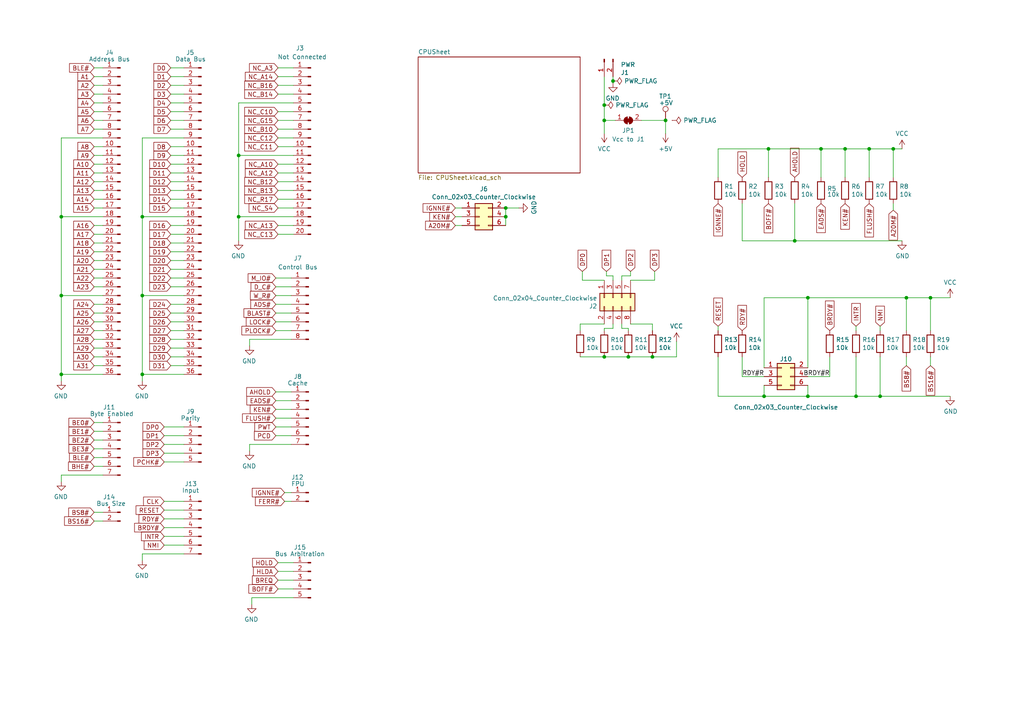
<source format=kicad_sch>
(kicad_sch (version 20211123) (generator eeschema)
  (paper "A4")
  (lib_symbols
    (symbol "Connector:Conn_01x02_Male" (pin_names (offset 1.016) hide)
      (property "Reference" "J" (at 0 2.54 0))
      (property "Value" "Conn_01x02_Male" (at 0 -5.08 0))
      (symbol "Conn_01x02_Male_1_1"
        (pin passive line (at 5.08 0 180) (length 3.81) (name "Pin_1") (number "1"))
        (pin passive line (at 5.08 -2.54 180) (length 3.81) (name "Pin_2") (number "2"))
      )
    )
    (symbol "Connector:Conn_01x05_Male" (pin_names (offset 1.016) hide)
      (property "Reference" "J" (at 0 7.62 0))
      (property "Value" "Conn_01x05_Male" (at 0 -7.62 0))
      (symbol "Conn_01x05_Male_1_1"
        (pin passive line (at 5.08 5.08 180) (length 3.81) (name "Pin_1") (number "1"))
        (pin passive line (at 5.08 2.54 180) (length 3.81) (name "Pin_2") (number "2"))
        (pin passive line (at 5.08 0 180) (length 3.81) (name "Pin_3") (number "3"))
        (pin passive line (at 5.08 -2.54 180) (length 3.81) (name "Pin_4") (number "4"))
        (pin passive line (at 5.08 -5.08 180) (length 3.81) (name "Pin_5") (number "5"))
      )
    )
    (symbol "Connector:Conn_01x07_Male" (pin_names (offset 1.016) hide)
      (property "Reference" "J" (at 0 10.16 0))
      (property "Value" "Conn_01x07_Male" (at 0 -10.16 0))
      (symbol "Conn_01x07_Male_1_1"
        (pin passive line (at 5.08 7.62 180) (length 3.81) (name "Pin_1") (number "1"))
        (pin passive line (at 5.08 5.08 180) (length 3.81) (name "Pin_2") (number "2"))
        (pin passive line (at 5.08 2.54 180) (length 3.81) (name "Pin_3") (number "3"))
        (pin passive line (at 5.08 0 180) (length 3.81) (name "Pin_4") (number "4"))
        (pin passive line (at 5.08 -2.54 180) (length 3.81) (name "Pin_5") (number "5"))
        (pin passive line (at 5.08 -5.08 180) (length 3.81) (name "Pin_6") (number "6"))
        (pin passive line (at 5.08 -7.62 180) (length 3.81) (name "Pin_7") (number "7"))
      )
    )
    (symbol "Connector:Conn_01x08_Male" (pin_names (offset 1.016) hide)
      (property "Reference" "J" (at 0 10.16 0))
      (property "Value" "Conn_01x08_Male" (at 0 -12.7 0))
      (symbol "Conn_01x08_Male_1_1"
        (pin passive line (at 5.08 7.62 180) (length 3.81) (name "Pin_1") (number "1"))
        (pin passive line (at 5.08 5.08 180) (length 3.81) (name "Pin_2") (number "2"))
        (pin passive line (at 5.08 2.54 180) (length 3.81) (name "Pin_3") (number "3"))
        (pin passive line (at 5.08 0 180) (length 3.81) (name "Pin_4") (number "4"))
        (pin passive line (at 5.08 -2.54 180) (length 3.81) (name "Pin_5") (number "5"))
        (pin passive line (at 5.08 -5.08 180) (length 3.81) (name "Pin_6") (number "6"))
        (pin passive line (at 5.08 -7.62 180) (length 3.81) (name "Pin_7") (number "7"))
        (pin passive line (at 5.08 -10.16 180) (length 3.81) (name "Pin_8") (number "8"))
      )
    )
    (symbol "Connector:Conn_01x20_Male" (pin_names (offset 1.016) hide)
      (property "Reference" "J" (at 0 25.4 0))
      (property "Value" "Conn_01x20_Male" (at 0 -27.94 0))
      (symbol "Conn_01x20_Male_1_1"
        (pin passive line (at 5.08 22.86 180) (length 3.81) (name "Pin_1") (number "1"))
        (pin passive line (at 5.08 0 180) (length 3.81) (name "Pin_10") (number "10"))
        (pin passive line (at 5.08 -2.54 180) (length 3.81) (name "Pin_11") (number "11"))
        (pin passive line (at 5.08 -5.08 180) (length 3.81) (name "Pin_12") (number "12"))
        (pin passive line (at 5.08 -7.62 180) (length 3.81) (name "Pin_13") (number "13"))
        (pin passive line (at 5.08 -10.16 180) (length 3.81) (name "Pin_14") (number "14"))
        (pin passive line (at 5.08 -12.7 180) (length 3.81) (name "Pin_15") (number "15"))
        (pin passive line (at 5.08 -15.24 180) (length 3.81) (name "Pin_16") (number "16"))
        (pin passive line (at 5.08 -17.78 180) (length 3.81) (name "Pin_17") (number "17"))
        (pin passive line (at 5.08 -20.32 180) (length 3.81) (name "Pin_18") (number "18"))
        (pin passive line (at 5.08 -22.86 180) (length 3.81) (name "Pin_19") (number "19"))
        (pin passive line (at 5.08 20.32 180) (length 3.81) (name "Pin_2") (number "2"))
        (pin passive line (at 5.08 -25.4 180) (length 3.81) (name "Pin_20") (number "20"))
        (pin passive line (at 5.08 17.78 180) (length 3.81) (name "Pin_3") (number "3"))
        (pin passive line (at 5.08 15.24 180) (length 3.81) (name "Pin_4") (number "4"))
        (pin passive line (at 5.08 12.7 180) (length 3.81) (name "Pin_5") (number "5"))
        (pin passive line (at 5.08 10.16 180) (length 3.81) (name "Pin_6") (number "6"))
        (pin passive line (at 5.08 7.62 180) (length 3.81) (name "Pin_7") (number "7"))
        (pin passive line (at 5.08 5.08 180) (length 3.81) (name "Pin_8") (number "8"))
        (pin passive line (at 5.08 2.54 180) (length 3.81) (name "Pin_9") (number "9"))
      )
    )
    (symbol "Connector:Conn_01x36_Male" (pin_names (offset 1.016) hide)
      (property "Reference" "J" (at 0 45.72 0))
      (property "Value" "Conn_01x36_Male" (at 0 -48.26 0))
      (symbol "Conn_01x36_Male_1_1"
        (pin passive line (at 5.08 43.18 180) (length 3.81) (name "Pin_1") (number "1"))
        (pin passive line (at 5.08 20.32 180) (length 3.81) (name "Pin_10") (number "10"))
        (pin passive line (at 5.08 17.78 180) (length 3.81) (name "Pin_11") (number "11"))
        (pin passive line (at 5.08 15.24 180) (length 3.81) (name "Pin_12") (number "12"))
        (pin passive line (at 5.08 12.7 180) (length 3.81) (name "Pin_13") (number "13"))
        (pin passive line (at 5.08 10.16 180) (length 3.81) (name "Pin_14") (number "14"))
        (pin passive line (at 5.08 7.62 180) (length 3.81) (name "Pin_15") (number "15"))
        (pin passive line (at 5.08 5.08 180) (length 3.81) (name "Pin_16") (number "16"))
        (pin passive line (at 5.08 2.54 180) (length 3.81) (name "Pin_17") (number "17"))
        (pin passive line (at 5.08 0 180) (length 3.81) (name "Pin_18") (number "18"))
        (pin passive line (at 5.08 -2.54 180) (length 3.81) (name "Pin_19") (number "19"))
        (pin passive line (at 5.08 40.64 180) (length 3.81) (name "Pin_2") (number "2"))
        (pin passive line (at 5.08 -5.08 180) (length 3.81) (name "Pin_20") (number "20"))
        (pin passive line (at 5.08 -7.62 180) (length 3.81) (name "Pin_21") (number "21"))
        (pin passive line (at 5.08 -10.16 180) (length 3.81) (name "Pin_22") (number "22"))
        (pin passive line (at 5.08 -12.7 180) (length 3.81) (name "Pin_23") (number "23"))
        (pin passive line (at 5.08 -15.24 180) (length 3.81) (name "Pin_24") (number "24"))
        (pin passive line (at 5.08 -17.78 180) (length 3.81) (name "Pin_25") (number "25"))
        (pin passive line (at 5.08 -20.32 180) (length 3.81) (name "Pin_26") (number "26"))
        (pin passive line (at 5.08 -22.86 180) (length 3.81) (name "Pin_27") (number "27"))
        (pin passive line (at 5.08 -25.4 180) (length 3.81) (name "Pin_28") (number "28"))
        (pin passive line (at 5.08 -27.94 180) (length 3.81) (name "Pin_29") (number "29"))
        (pin passive line (at 5.08 38.1 180) (length 3.81) (name "Pin_3") (number "3"))
        (pin passive line (at 5.08 -30.48 180) (length 3.81) (name "Pin_30") (number "30"))
        (pin passive line (at 5.08 -33.02 180) (length 3.81) (name "Pin_31") (number "31"))
        (pin passive line (at 5.08 -35.56 180) (length 3.81) (name "Pin_32") (number "32"))
        (pin passive line (at 5.08 -38.1 180) (length 3.81) (name "Pin_33") (number "33"))
        (pin passive line (at 5.08 -40.64 180) (length 3.81) (name "Pin_34") (number "34"))
        (pin passive line (at 5.08 -43.18 180) (length 3.81) (name "Pin_35") (number "35"))
        (pin passive line (at 5.08 -45.72 180) (length 3.81) (name "Pin_36") (number "36"))
        (pin passive line (at 5.08 35.56 180) (length 3.81) (name "Pin_4") (number "4"))
        (pin passive line (at 5.08 33.02 180) (length 3.81) (name "Pin_5") (number "5"))
        (pin passive line (at 5.08 30.48 180) (length 3.81) (name "Pin_6") (number "6"))
        (pin passive line (at 5.08 27.94 180) (length 3.81) (name "Pin_7") (number "7"))
        (pin passive line (at 5.08 25.4 180) (length 3.81) (name "Pin_8") (number "8"))
        (pin passive line (at 5.08 22.86 180) (length 3.81) (name "Pin_9") (number "9"))
      )
    )
    (symbol "Connector:TestPoint" (pin_numbers hide) (pin_names (offset 0.762) hide)
      (property "Reference" "TP" (at 0 6.858 0))
      (property "Value" "TestPoint" (at 0 5.08 0))
      (symbol "TestPoint_1_1"
        (pin passive line (at 0 0 90) (length 2.54) (name "1") (number "1"))
      )
    )
    (symbol "Connector_Generic:Conn_02x03_Odd_Even" (pin_names (offset 1.016) hide)
      (property "Reference" "J" (at 1.27 5.08 0))
      (property "Value" "Conn_02x03_Odd_Even" (at 1.27 -5.08 0))
      (symbol "Conn_02x03_Odd_Even_1_1"
        (pin passive line (at -5.08 2.54 0) (length 3.81) (name "Pin_1") (number "1"))
        (pin passive line (at 7.62 2.54 180) (length 3.81) (name "Pin_2") (number "2"))
        (pin passive line (at -5.08 0 0) (length 3.81) (name "Pin_3") (number "3"))
        (pin passive line (at 7.62 0 180) (length 3.81) (name "Pin_4") (number "4"))
        (pin passive line (at -5.08 -2.54 0) (length 3.81) (name "Pin_5") (number "5"))
        (pin passive line (at 7.62 -2.54 180) (length 3.81) (name "Pin_6") (number "6"))
      )
    )
    (symbol "Connector_Generic:Conn_02x04_Odd_Even" (pin_names (offset 1.016) hide)
      (property "Reference" "J" (at 1.27 5.08 0))
      (property "Value" "Conn_02x04_Odd_Even" (at 1.27 -7.62 0))
      (symbol "Conn_02x04_Odd_Even_1_1"
        (pin passive line (at -5.08 2.54 0) (length 3.81) (name "Pin_1") (number "1"))
        (pin passive line (at 7.62 2.54 180) (length 3.81) (name "Pin_2") (number "2"))
        (pin passive line (at -5.08 0 0) (length 3.81) (name "Pin_3") (number "3"))
        (pin passive line (at 7.62 0 180) (length 3.81) (name "Pin_4") (number "4"))
        (pin passive line (at -5.08 -2.54 0) (length 3.81) (name "Pin_5") (number "5"))
        (pin passive line (at 7.62 -2.54 180) (length 3.81) (name "Pin_6") (number "6"))
        (pin passive line (at -5.08 -5.08 0) (length 3.81) (name "Pin_7") (number "7"))
        (pin passive line (at 7.62 -5.08 180) (length 3.81) (name "Pin_8") (number "8"))
      )
    )
    (symbol "Device:R" (pin_numbers hide) (pin_names (offset 0))
      (property "Reference" "R" (at 2.032 0 90))
      (property "Value" "R" (at 0 0 90))
      (symbol "R_1_1"
        (pin passive line (at 0 3.81 270) (length 1.27) (name "~") (number "1"))
        (pin passive line (at 0 -3.81 90) (length 1.27) (name "~") (number "2"))
      )
    )
    (symbol "Jumper:SolderJumper_2_Bridged" (pin_names (offset 0) hide)
      (property "Reference" "JP" (at 0 2.032 0))
      (property "Value" "SolderJumper_2_Bridged" (at 0 -2.54 0))
      (symbol "SolderJumper_2_Bridged_1_1"
        (pin passive line (at -3.81 0 0) (length 2.54) (name "A") (number "1"))
        (pin passive line (at 3.81 0 180) (length 2.54) (name "B") (number "2"))
      )
    )
    (symbol "power:+5V" (power) (pin_names (offset 0))
      (property "Value" "+5V" (at 0 3.556 0))
      (symbol "+5V_1_1"
        (pin power_in line (at 0 0 90) (length 0) hide (name "+5V") (number "1"))
      )
    )
    (symbol "power:GND" (power) (pin_names (offset 0))
      (property "Value" "GND" (at 0 -3.81 0))
      (symbol "GND_1_1"
        (pin power_in line (at 0 0 270) (length 0) hide (name "GND") (number "1"))
      )
    )
    (symbol "power:PWR_FLAG" (power) (pin_numbers hide) (pin_names (offset 0) hide)
      (property "Value" "PWR_FLAG" (at 0 3.81 0))
      (symbol "PWR_FLAG_0_0"
        (pin power_out line (at 0 0 90) (length 0) (name "pwr") (number "1"))
      )
    )
    (symbol "power:VCC" (power) (pin_names (offset 0))
      (property "Value" "VCC" (at 0 3.81 0))
      (symbol "VCC_1_1"
        (pin power_in line (at 0 0 90) (length 0) hide (name "VCC") (number "1"))
      )
    )
  )
  (junction (at 230.505 69.85))
  (junction (at 255.27 114.935))
  (junction (at 146.685 60.325))
  (junction (at 245.11 43.18))
  (junction (at 222.885 43.18))
  (junction (at 146.685 62.865))
  (junction (at 252.095 43.18))
  (junction (at 259.08 43.18))
  (junction (at 189.23 103.505))
  (junction (at 175.26 30.48))
  (junction (at 41.275 62.865))
  (junction (at 193.04 34.925))
  (junction (at 69.215 45.085))
  (junction (at 17.78 108.585))
  (junction (at 17.78 85.725))
  (junction (at 234.315 86.36))
  (junction (at 41.275 108.585))
  (junction (at 262.89 86.36))
  (junction (at 17.78 62.865))
  (junction (at 175.26 103.505))
  (junction (at 41.275 85.725))
  (junction (at 177.8 23.495))
  (junction (at 69.215 62.865))
  (junction (at 248.285 114.935))
  (junction (at 182.245 103.505))
  (junction (at 238.125 43.18))
  (junction (at 269.875 86.36))
  (junction (at 234.315 114.935))
  (junction (at 221.615 114.935))
  (junction (at 175.26 34.925))
  (wire (pts (xy 189.23 93.98) (xy 189.23 95.885)))
  (wire (pts (xy 53.34 19.685) (xy 49.53 19.685)))
  (wire (pts (xy 80.01 93.345) (xy 84.455 93.345)))
  (wire (pts (xy 177.8 81.28) (xy 177.8 80.01)))
  (wire (pts (xy 240.665 103.505) (xy 240.665 109.22)))
  (wire (pts (xy 53.34 123.825) (xy 47.625 123.825)))
  (wire (pts (xy 49.53 73.025) (xy 53.34 73.025)))
  (wire (pts (xy 47.625 158.115) (xy 53.34 158.115)))
  (wire (pts (xy 261.62 69.85) (xy 230.505 69.85)))
  (wire (pts (xy 175.26 22.225) (xy 175.26 30.48)))
  (wire (pts (xy 245.11 43.18) (xy 245.11 51.435)))
  (wire (pts (xy 17.78 137.795) (xy 17.78 139.7)))
  (wire (pts (xy 177.8 22.225) (xy 177.8 23.495)))
  (wire (pts (xy 29.845 34.925) (xy 27.305 34.925)))
  (wire (pts (xy 80.01 80.645) (xy 84.455 80.645)))
  (wire (pts (xy 175.26 103.505) (xy 182.245 103.505)))
  (wire (pts (xy 80.645 42.545) (xy 85.09 42.545)))
  (wire (pts (xy 252.095 43.18) (xy 252.095 51.435)))
  (wire (pts (xy 80.645 57.785) (xy 85.09 57.785)))
  (wire (pts (xy 180.34 80.01) (xy 182.88 80.01)))
  (wire (pts (xy 222.885 43.18) (xy 208.28 43.18)))
  (wire (pts (xy 53.34 40.005) (xy 41.275 40.005)))
  (wire (pts (xy 17.78 137.795) (xy 29.845 137.795)))
  (wire (pts (xy 180.34 93.98) (xy 180.34 95.25)))
  (wire (pts (xy 49.53 95.885) (xy 53.34 95.885)))
  (wire (pts (xy 177.8 80.01) (xy 175.895 80.01)))
  (wire (pts (xy 230.505 69.85) (xy 215.265 69.85)))
  (wire (pts (xy 248.285 103.505) (xy 248.285 114.935)))
  (wire (pts (xy 49.53 57.785) (xy 53.34 57.785)))
  (wire (pts (xy 80.645 67.945) (xy 85.09 67.945)))
  (wire (pts (xy 182.245 95.25) (xy 182.245 95.885)))
  (wire (pts (xy 261.62 43.18) (xy 259.08 43.18)))
  (wire (pts (xy 29.845 90.805) (xy 27.305 90.805)))
  (wire (pts (xy 53.34 98.425) (xy 49.53 98.425)))
  (wire (pts (xy 80.01 126.365) (xy 84.455 126.365)))
  (wire (pts (xy 80.01 118.745) (xy 84.455 118.745)))
  (wire (pts (xy 175.26 34.925) (xy 175.26 38.735)))
  (wire (pts (xy 41.275 160.655) (xy 53.34 160.655)))
  (wire (pts (xy 248.285 95.885) (xy 248.285 94.615)))
  (wire (pts (xy 80.645 55.245) (xy 85.09 55.245)))
  (wire (pts (xy 47.625 147.955) (xy 53.34 147.955)))
  (wire (pts (xy 80.645 65.405) (xy 85.09 65.405)))
  (wire (pts (xy 238.125 43.18) (xy 222.885 43.18)))
  (wire (pts (xy 47.625 133.985) (xy 53.34 133.985)))
  (wire (pts (xy 221.615 111.76) (xy 221.615 114.935)))
  (wire (pts (xy 80.645 27.305) (xy 85.09 27.305)))
  (wire (pts (xy 29.845 62.865) (xy 17.78 62.865)))
  (wire (pts (xy 69.215 45.085) (xy 69.215 62.865)))
  (wire (pts (xy 238.125 43.18) (xy 238.125 51.435)))
  (wire (pts (xy 49.53 106.045) (xy 53.34 106.045)))
  (wire (pts (xy 27.305 132.715) (xy 29.845 132.715)))
  (wire (pts (xy 49.53 90.805) (xy 53.34 90.805)))
  (wire (pts (xy 17.78 108.585) (xy 29.845 108.585)))
  (wire (pts (xy 47.625 153.035) (xy 53.34 153.035)))
  (wire (pts (xy 29.845 148.59) (xy 27.305 148.59)))
  (wire (pts (xy 146.685 60.325) (xy 150.495 60.325)))
  (wire (pts (xy 132.08 60.325) (xy 133.985 60.325)))
  (wire (pts (xy 53.34 128.905) (xy 47.625 128.905)))
  (wire (pts (xy 80.645 34.925) (xy 85.09 34.925)))
  (wire (pts (xy 84.455 95.885) (xy 80.01 95.885)))
  (wire (pts (xy 221.615 86.36) (xy 221.615 106.68)))
  (wire (pts (xy 168.275 93.98) (xy 168.275 95.885)))
  (wire (pts (xy 72.39 98.425) (xy 84.455 98.425)))
  (wire (pts (xy 53.34 75.565) (xy 49.53 75.565)))
  (wire (pts (xy 29.845 67.945) (xy 27.305 67.945)))
  (wire (pts (xy 29.845 75.565) (xy 27.305 75.565)))
  (wire (pts (xy 182.245 103.505) (xy 189.23 103.505)))
  (wire (pts (xy 234.315 111.76) (xy 234.315 114.935)))
  (wire (pts (xy 72.39 98.425) (xy 72.39 100.33)))
  (wire (pts (xy 215.265 109.22) (xy 221.615 109.22)))
  (wire (pts (xy 53.34 131.445) (xy 47.625 131.445)))
  (wire (pts (xy 234.315 86.36) (xy 234.315 106.68)))
  (wire (pts (xy 41.275 40.005) (xy 41.275 62.865)))
  (wire (pts (xy 53.34 24.765) (xy 49.53 24.765)))
  (wire (pts (xy 193.04 34.925) (xy 193.04 38.735)))
  (wire (pts (xy 177.8 95.25) (xy 175.26 95.25)))
  (wire (pts (xy 221.615 114.935) (xy 234.315 114.935)))
  (wire (pts (xy 80.645 22.225) (xy 85.09 22.225)))
  (wire (pts (xy 80.645 19.685) (xy 85.09 19.685)))
  (wire (pts (xy 80.645 170.815) (xy 85.09 170.815)))
  (wire (pts (xy 53.34 126.365) (xy 47.625 126.365)))
  (wire (pts (xy 234.315 86.36) (xy 221.615 86.36)))
  (wire (pts (xy 53.34 45.085) (xy 49.53 45.085)))
  (wire (pts (xy 82.55 145.415) (xy 84.455 145.415)))
  (wire (pts (xy 132.08 62.865) (xy 133.985 62.865)))
  (wire (pts (xy 29.845 45.085) (xy 27.305 45.085)))
  (wire (pts (xy 29.845 100.965) (xy 27.305 100.965)))
  (wire (pts (xy 248.285 114.935) (xy 255.27 114.935)))
  (wire (pts (xy 29.845 83.185) (xy 27.305 83.185)))
  (wire (pts (xy 146.685 62.865) (xy 146.685 65.405)))
  (wire (pts (xy 80.645 47.625) (xy 85.09 47.625)))
  (wire (pts (xy 196.215 103.505) (xy 189.23 103.505)))
  (wire (pts (xy 80.01 88.265) (xy 84.455 88.265)))
  (wire (pts (xy 80.645 60.325) (xy 85.09 60.325)))
  (wire (pts (xy 53.34 62.865) (xy 41.275 62.865)))
  (wire (pts (xy 29.845 57.785) (xy 27.305 57.785)))
  (wire (pts (xy 255.27 114.935) (xy 275.59 114.935)))
  (wire (pts (xy 72.39 128.905) (xy 84.455 128.905)))
  (wire (pts (xy 53.34 29.845) (xy 49.53 29.845)))
  (wire (pts (xy 73.025 173.355) (xy 85.09 173.355)))
  (wire (pts (xy 208.28 43.18) (xy 208.28 51.435)))
  (wire (pts (xy 215.265 103.505) (xy 215.265 109.22)))
  (wire (pts (xy 252.095 43.18) (xy 245.11 43.18)))
  (wire (pts (xy 80.01 83.185) (xy 84.455 83.185)))
  (wire (pts (xy 80.01 113.665) (xy 84.455 113.665)))
  (wire (pts (xy 80.01 85.725) (xy 84.455 85.725)))
  (wire (pts (xy 17.78 85.725) (xy 17.78 108.585)))
  (wire (pts (xy 53.34 80.645) (xy 49.53 80.645)))
  (wire (pts (xy 53.34 34.925) (xy 49.53 34.925)))
  (wire (pts (xy 132.08 65.405) (xy 133.985 65.405)))
  (wire (pts (xy 177.8 93.98) (xy 177.8 95.25)))
  (wire (pts (xy 80.01 123.825) (xy 84.455 123.825)))
  (wire (pts (xy 29.845 135.255) (xy 27.305 135.255)))
  (wire (pts (xy 29.845 19.685) (xy 27.305 19.685)))
  (wire (pts (xy 175.26 81.28) (xy 168.91 81.28)))
  (wire (pts (xy 29.845 50.165) (xy 27.305 50.165)))
  (wire (pts (xy 222.885 43.18) (xy 222.885 51.435)))
  (wire (pts (xy 29.845 98.425) (xy 27.305 98.425)))
  (wire (pts (xy 41.275 108.585) (xy 53.34 108.585)))
  (wire (pts (xy 29.845 40.005) (xy 17.78 40.005)))
  (wire (pts (xy 53.34 60.325) (xy 49.53 60.325)))
  (wire (pts (xy 49.53 100.965) (xy 53.34 100.965)))
  (wire (pts (xy 262.89 95.885) (xy 262.89 86.36)))
  (wire (pts (xy 262.89 86.36) (xy 234.315 86.36)))
  (wire (pts (xy 168.91 81.28) (xy 168.91 78.74)))
  (wire (pts (xy 255.27 95.885) (xy 255.27 94.615)))
  (wire (pts (xy 80.645 50.165) (xy 85.09 50.165)))
  (wire (pts (xy 73.025 173.355) (xy 73.025 175.26)))
  (wire (pts (xy 182.88 93.98) (xy 189.23 93.98)))
  (wire (pts (xy 168.275 103.505) (xy 175.26 103.505)))
  (wire (pts (xy 29.845 37.465) (xy 27.305 37.465)))
  (wire (pts (xy 80.645 163.195) (xy 85.09 163.195)))
  (wire (pts (xy 29.845 55.245) (xy 27.305 55.245)))
  (wire (pts (xy 29.845 32.385) (xy 27.305 32.385)))
  (wire (pts (xy 29.845 88.265) (xy 27.305 88.265)))
  (wire (pts (xy 49.53 78.105) (xy 53.34 78.105)))
  (wire (pts (xy 49.53 32.385) (xy 53.34 32.385)))
  (wire (pts (xy 175.26 34.925) (xy 178.435 34.925)))
  (wire (pts (xy 80.645 52.705) (xy 85.09 52.705)))
  (wire (pts (xy 17.78 108.585) (xy 17.78 110.49)))
  (wire (pts (xy 49.53 52.705) (xy 53.34 52.705)))
  (wire (pts (xy 234.315 109.22) (xy 240.665 109.22)))
  (wire (pts (xy 82.55 142.875) (xy 84.455 142.875)))
  (wire (pts (xy 29.845 52.705) (xy 27.305 52.705)))
  (wire (pts (xy 146.685 60.325) (xy 146.685 62.865)))
  (wire (pts (xy 27.305 22.225) (xy 29.845 22.225)))
  (wire (pts (xy 29.845 24.765) (xy 27.305 24.765)))
  (wire (pts (xy 180.34 95.25) (xy 182.245 95.25)))
  (wire (pts (xy 29.845 27.305) (xy 27.305 27.305)))
  (wire (pts (xy 53.34 50.165) (xy 49.53 50.165)))
  (wire (pts (xy 29.845 95.885) (xy 27.305 95.885)))
  (wire (pts (xy 27.305 127.635) (xy 29.845 127.635)))
  (wire (pts (xy 80.645 168.275) (xy 85.09 168.275)))
  (wire (pts (xy 208.28 103.505) (xy 208.28 114.935)))
  (wire (pts (xy 177.8 23.495) (xy 177.8 24.13)))
  (wire (pts (xy 175.26 30.48) (xy 175.26 34.925)))
  (wire (pts (xy 196.215 99.06) (xy 196.215 103.505)))
  (wire (pts (xy 29.845 78.105) (xy 27.305 78.105)))
  (wire (pts (xy 80.645 32.385) (xy 85.09 32.385)))
  (wire (pts (xy 29.845 73.025) (xy 27.305 73.025)))
  (wire (pts (xy 215.265 69.85) (xy 215.265 59.055)))
  (wire (pts (xy 180.34 81.28) (xy 180.34 80.01)))
  (wire (pts (xy 189.865 78.74) (xy 189.865 81.28)))
  (wire (pts (xy 175.26 95.25) (xy 175.26 95.885)))
  (wire (pts (xy 29.845 103.505) (xy 27.305 103.505)))
  (wire (pts (xy 47.625 145.415) (xy 53.34 145.415)))
  (wire (pts (xy 53.34 55.245) (xy 49.53 55.245)))
  (wire (pts (xy 80.645 165.735) (xy 85.09 165.735)))
  (wire (pts (xy 269.875 86.36) (xy 275.59 86.36)))
  (wire (pts (xy 29.845 93.345) (xy 27.305 93.345)))
  (wire (pts (xy 49.53 42.545) (xy 53.34 42.545)))
  (wire (pts (xy 27.305 122.555) (xy 29.845 122.555)))
  (wire (pts (xy 80.01 116.205) (xy 84.455 116.205)))
  (wire (pts (xy 29.845 29.845) (xy 27.305 29.845)))
  (wire (pts (xy 41.275 62.865) (xy 41.275 85.725)))
  (wire (pts (xy 84.455 121.285) (xy 80.01 121.285)))
  (wire (pts (xy 49.53 37.465) (xy 53.34 37.465)))
  (wire (pts (xy 27.305 151.13) (xy 29.845 151.13)))
  (wire (pts (xy 41.275 160.655) (xy 41.275 162.56)))
  (wire (pts (xy 72.39 128.905) (xy 72.39 130.81)))
  (wire (pts (xy 259.08 43.18) (xy 259.08 51.435)))
  (wire (pts (xy 53.34 70.485) (xy 49.53 70.485)))
  (wire (pts (xy 29.845 65.405) (xy 27.305 65.405)))
  (wire (pts (xy 41.275 108.585) (xy 41.275 110.49)))
  (wire (pts (xy 269.875 95.885) (xy 269.875 86.36)))
  (wire (pts (xy 259.08 59.055) (xy 259.08 60.96)))
  (wire (pts (xy 80.645 24.765) (xy 85.09 24.765)))
  (wire (pts (xy 262.89 86.36) (xy 269.875 86.36)))
  (wire (pts (xy 49.53 22.225) (xy 53.34 22.225)))
  (wire (pts (xy 259.08 43.18) (xy 252.095 43.18)))
  (wire (pts (xy 186.055 34.925) (xy 193.04 34.925)))
  (wire (pts (xy 29.845 130.175) (xy 27.305 130.175)))
  (wire (pts (xy 175.895 80.01) (xy 175.895 78.74)))
  (wire (pts (xy 29.845 80.645) (xy 27.305 80.645)))
  (wire (pts (xy 69.215 29.845) (xy 69.215 45.085)))
  (wire (pts (xy 53.34 88.265) (xy 49.53 88.265)))
  (wire (pts (xy 245.11 43.18) (xy 238.125 43.18)))
  (wire (pts (xy 175.26 93.98) (xy 168.275 93.98)))
  (wire (pts (xy 29.845 42.545) (xy 27.305 42.545)))
  (wire (pts (xy 234.315 114.935) (xy 248.285 114.935)))
  (wire (pts (xy 208.28 114.935) (xy 221.615 114.935)))
  (wire (pts (xy 53.34 85.725) (xy 41.275 85.725)))
  (wire (pts (xy 255.27 103.505) (xy 255.27 114.935)))
  (wire (pts (xy 269.875 103.505) (xy 269.875 106.045)))
  (wire (pts (xy 69.215 62.865) (xy 85.09 62.865)))
  (wire (pts (xy 208.28 95.885) (xy 208.28 94.615)))
  (wire (pts (xy 29.845 125.095) (xy 27.305 125.095)))
  (wire (pts (xy 49.53 27.305) (xy 53.34 27.305)))
  (wire (pts (xy 47.625 155.575) (xy 53.34 155.575)))
  (wire (pts (xy 29.845 60.325) (xy 27.305 60.325)))
  (wire (pts (xy 29.845 47.625) (xy 27.305 47.625)))
  (wire (pts (xy 230.505 59.055) (xy 230.505 69.85)))
  (wire (pts (xy 53.34 103.505) (xy 49.53 103.505)))
  (wire (pts (xy 69.215 45.085) (xy 85.09 45.085)))
  (wire (pts (xy 47.625 150.495) (xy 53.34 150.495)))
  (wire (pts (xy 29.845 70.485) (xy 27.305 70.485)))
  (wire (pts (xy 49.53 83.185) (xy 53.34 83.185)))
  (wire (pts (xy 80.01 90.805) (xy 84.455 90.805)))
  (wire (pts (xy 17.78 62.865) (xy 17.78 85.725)))
  (wire (pts (xy 85.09 29.845) (xy 69.215 29.845)))
  (wire (pts (xy 49.53 67.945) (xy 53.34 67.945)))
  (wire (pts (xy 29.845 106.045) (xy 27.305 106.045)))
  (wire (pts (xy 49.53 65.405) (xy 53.34 65.405)))
  (wire (pts (xy 41.275 85.725) (xy 41.275 108.585)))
  (wire (pts (xy 53.34 93.345) (xy 49.53 93.345)))
  (wire (pts (xy 49.53 47.625) (xy 53.34 47.625)))
  (wire (pts (xy 69.215 62.865) (xy 69.215 69.85)))
  (wire (pts (xy 80.645 37.465) (xy 85.09 37.465)))
  (wire (pts (xy 29.845 85.725) (xy 17.78 85.725)))
  (wire (pts (xy 182.88 80.01) (xy 182.88 78.74)))
  (wire (pts (xy 262.89 103.505) (xy 262.89 106.045)))
  (wire (pts (xy 17.78 40.005) (xy 17.78 62.865)))
  (wire (pts (xy 189.865 81.28) (xy 182.88 81.28)))
  (wire (pts (xy 80.645 40.005) (xy 85.09 40.005)))
  (label "BRDY#R" (at 240.665 109.22 180))
  (label "RDY#R" (at 215.265 109.22 0))
  (global_label "DP1" (shape input) (at 175.895 78.74 90) (property "Intersheet References" "${INTERSHEET_REFS}" (effects hide)))
  (global_label "BOFF#" (shape input) (at 222.885 59.055 270) (property "Intersheet References" "${INTERSHEET_REFS}" (effects hide)))
  (global_label "A18" (shape input) (at 27.305 70.485 180) (property "Intersheet References" "${INTERSHEET_REFS}" (effects hide)))
  (global_label "D7" (shape input) (at 49.53 37.465 180) (property "Intersheet References" "${INTERSHEET_REFS}" (effects hide)))
  (global_label "BS16#" (shape input) (at 269.875 106.045 270) (property "Intersheet References" "${INTERSHEET_REFS}" (effects hide)))
  (global_label "D4" (shape input) (at 49.53 29.845 180) (property "Intersheet References" "${INTERSHEET_REFS}" (effects hide)))
  (global_label "IGNNE#" (shape input) (at 132.08 60.325 180) (property "Intersheet References" "${INTERSHEET_REFS}" (effects hide)))
  (global_label "NC_B14" (shape input) (at 80.645 27.305 180) (property "Intersheet References" "${INTERSHEET_REFS}" (effects hide)))
  (global_label "KEN#" (shape input) (at 132.08 62.865 180) (property "Intersheet References" "${INTERSHEET_REFS}" (effects hide)))
  (global_label "A12" (shape input) (at 27.305 52.705 180) (property "Intersheet References" "${INTERSHEET_REFS}" (effects hide)))
  (global_label "NC_A12" (shape input) (at 80.645 50.165 180) (property "Intersheet References" "${INTERSHEET_REFS}" (effects hide)))
  (global_label "BLAST#" (shape input) (at 80.01 90.805 180) (property "Intersheet References" "${INTERSHEET_REFS}" (effects hide)))
  (global_label "M_IO#" (shape input) (at 80.01 80.645 180) (property "Intersheet References" "${INTERSHEET_REFS}" (effects hide)))
  (global_label "W_R#" (shape input) (at 80.01 85.725 180) (property "Intersheet References" "${INTERSHEET_REFS}" (effects hide)))
  (global_label "BOFF#" (shape input) (at 80.645 170.815 180) (property "Intersheet References" "${INTERSHEET_REFS}" (effects hide)))
  (global_label "FLUSH#" (shape input) (at 252.095 59.055 270) (property "Intersheet References" "${INTERSHEET_REFS}" (effects hide)))
  (global_label "NC_B13" (shape input) (at 80.645 55.245 180) (property "Intersheet References" "${INTERSHEET_REFS}" (effects hide)))
  (global_label "D16" (shape input) (at 49.53 65.405 180) (property "Intersheet References" "${INTERSHEET_REFS}" (effects hide)))
  (global_label "ADS#" (shape input) (at 80.01 88.265 180) (property "Intersheet References" "${INTERSHEET_REFS}" (effects hide)))
  (global_label "KEN#" (shape input) (at 80.01 118.745 180) (property "Intersheet References" "${INTERSHEET_REFS}" (effects hide)))
  (global_label "INTR" (shape input) (at 47.625 155.575 180) (property "Intersheet References" "${INTERSHEET_REFS}" (effects hide)))
  (global_label "A3" (shape input) (at 27.305 27.305 180) (property "Intersheet References" "${INTERSHEET_REFS}" (effects hide)))
  (global_label "A25" (shape input) (at 27.305 90.805 180) (property "Intersheet References" "${INTERSHEET_REFS}" (effects hide)))
  (global_label "DP2" (shape input) (at 47.625 128.905 180) (property "Intersheet References" "${INTERSHEET_REFS}" (effects hide)))
  (global_label "D_C#" (shape input) (at 80.01 83.185 180) (property "Intersheet References" "${INTERSHEET_REFS}" (effects hide)))
  (global_label "RDY#" (shape input) (at 215.265 95.885 90) (property "Intersheet References" "${INTERSHEET_REFS}" (effects hide)))
  (global_label "BS16#" (shape input) (at 27.305 151.13 180) (property "Intersheet References" "${INTERSHEET_REFS}" (effects hide)))
  (global_label "A2" (shape input) (at 27.305 24.765 180) (property "Intersheet References" "${INTERSHEET_REFS}" (effects hide)))
  (global_label "D6" (shape input) (at 49.53 34.925 180) (property "Intersheet References" "${INTERSHEET_REFS}" (effects hide)))
  (global_label "D24" (shape input) (at 49.53 88.265 180) (property "Intersheet References" "${INTERSHEET_REFS}" (effects hide)))
  (global_label "BRDY#" (shape input) (at 240.665 95.885 90) (property "Intersheet References" "${INTERSHEET_REFS}" (effects hide)))
  (global_label "D14" (shape input) (at 49.53 57.785 180) (property "Intersheet References" "${INTERSHEET_REFS}" (effects hide)))
  (global_label "D29" (shape input) (at 49.53 100.965 180) (property "Intersheet References" "${INTERSHEET_REFS}" (effects hide)))
  (global_label "D15" (shape input) (at 49.53 60.325 180) (property "Intersheet References" "${INTERSHEET_REFS}" (effects hide)))
  (global_label "DP0" (shape input) (at 168.91 78.74 90) (property "Intersheet References" "${INTERSHEET_REFS}" (effects hide)))
  (global_label "A5" (shape input) (at 27.305 32.385 180) (property "Intersheet References" "${INTERSHEET_REFS}" (effects hide)))
  (global_label "DP1" (shape input) (at 47.625 126.365 180) (property "Intersheet References" "${INTERSHEET_REFS}" (effects hide)))
  (global_label "NC_C10" (shape input) (at 80.645 32.385 180) (property "Intersheet References" "${INTERSHEET_REFS}" (effects hide)))
  (global_label "D2" (shape input) (at 49.53 24.765 180) (property "Intersheet References" "${INTERSHEET_REFS}" (effects hide)))
  (global_label "D17" (shape input) (at 49.53 67.945 180) (property "Intersheet References" "${INTERSHEET_REFS}" (effects hide)))
  (global_label "BREQ" (shape input) (at 80.645 168.275 180) (property "Intersheet References" "${INTERSHEET_REFS}" (effects hide)))
  (global_label "A1" (shape input) (at 27.305 22.225 180) (property "Intersheet References" "${INTERSHEET_REFS}" (effects hide)))
  (global_label "A14" (shape input) (at 27.305 57.785 180) (property "Intersheet References" "${INTERSHEET_REFS}" (effects hide)))
  (global_label "RDY#" (shape input) (at 47.625 150.495 180) (property "Intersheet References" "${INTERSHEET_REFS}" (effects hide)))
  (global_label "NMI" (shape input) (at 47.625 158.115 180) (property "Intersheet References" "${INTERSHEET_REFS}" (effects hide)))
  (global_label "PWT" (shape input) (at 80.01 123.825 180) (property "Intersheet References" "${INTERSHEET_REFS}" (effects hide)))
  (global_label "A28" (shape input) (at 27.305 98.425 180) (property "Intersheet References" "${INTERSHEET_REFS}" (effects hide)))
  (global_label "A4" (shape input) (at 27.305 29.845 180) (property "Intersheet References" "${INTERSHEET_REFS}" (effects hide)))
  (global_label "RESET" (shape input) (at 47.625 147.955 180) (property "Intersheet References" "${INTERSHEET_REFS}" (effects hide)))
  (global_label "D3" (shape input) (at 49.53 27.305 180) (property "Intersheet References" "${INTERSHEET_REFS}" (effects hide)))
  (global_label "AHOLD" (shape input) (at 230.505 51.435 90) (property "Intersheet References" "${INTERSHEET_REFS}" (effects hide)))
  (global_label "D0" (shape input) (at 49.53 19.685 180) (property "Intersheet References" "${INTERSHEET_REFS}" (effects hide)))
  (global_label "A9" (shape input) (at 27.305 45.085 180) (property "Intersheet References" "${INTERSHEET_REFS}" (effects hide)))
  (global_label "A21" (shape input) (at 27.305 78.105 180) (property "Intersheet References" "${INTERSHEET_REFS}" (effects hide)))
  (global_label "FERR#" (shape input) (at 82.55 145.415 180) (property "Intersheet References" "${INTERSHEET_REFS}" (effects hide)))
  (global_label "D19" (shape input) (at 49.53 73.025 180) (property "Intersheet References" "${INTERSHEET_REFS}" (effects hide)))
  (global_label "D23" (shape input) (at 49.53 83.185 180) (property "Intersheet References" "${INTERSHEET_REFS}" (effects hide)))
  (global_label "RESET" (shape input) (at 208.28 94.615 90) (property "Intersheet References" "${INTERSHEET_REFS}" (effects hide)))
  (global_label "BLE#" (shape input) (at 27.305 19.685 180) (property "Intersheet References" "${INTERSHEET_REFS}" (effects hide)))
  (global_label "D28" (shape input) (at 49.53 98.425 180) (property "Intersheet References" "${INTERSHEET_REFS}" (effects hide)))
  (global_label "D11" (shape input) (at 49.53 50.165 180) (property "Intersheet References" "${INTERSHEET_REFS}" (effects hide)))
  (global_label "D25" (shape input) (at 49.53 90.805 180) (property "Intersheet References" "${INTERSHEET_REFS}" (effects hide)))
  (global_label "A26" (shape input) (at 27.305 93.345 180) (property "Intersheet References" "${INTERSHEET_REFS}" (effects hide)))
  (global_label "A30" (shape input) (at 27.305 103.505 180) (property "Intersheet References" "${INTERSHEET_REFS}" (effects hide)))
  (global_label "DP2" (shape input) (at 182.88 78.74 90) (property "Intersheet References" "${INTERSHEET_REFS}" (effects hide)))
  (global_label "D8" (shape input) (at 49.53 42.545 180) (property "Intersheet References" "${INTERSHEET_REFS}" (effects hide)))
  (global_label "EADS#" (shape input) (at 80.01 116.205 180) (property "Intersheet References" "${INTERSHEET_REFS}" (effects hide)))
  (global_label "INTR" (shape input) (at 248.285 94.615 90) (property "Intersheet References" "${INTERSHEET_REFS}" (effects hide)))
  (global_label "A20M#" (shape input) (at 259.08 60.96 270) (property "Intersheet References" "${INTERSHEET_REFS}" (effects hide)))
  (global_label "KEN#" (shape input) (at 245.11 59.055 270) (property "Intersheet References" "${INTERSHEET_REFS}" (effects hide)))
  (global_label "IGNNE#" (shape input) (at 82.55 142.875 180) (property "Intersheet References" "${INTERSHEET_REFS}" (effects hide)))
  (global_label "IGNNE#" (shape input) (at 208.28 59.055 270) (property "Intersheet References" "${INTERSHEET_REFS}" (effects hide)))
  (global_label "D22" (shape input) (at 49.53 80.645 180) (property "Intersheet References" "${INTERSHEET_REFS}" (effects hide)))
  (global_label "A29" (shape input) (at 27.305 100.965 180) (property "Intersheet References" "${INTERSHEET_REFS}" (effects hide)))
  (global_label "A20" (shape input) (at 27.305 75.565 180) (property "Intersheet References" "${INTERSHEET_REFS}" (effects hide)))
  (global_label "NMI" (shape input) (at 255.27 94.615 90) (property "Intersheet References" "${INTERSHEET_REFS}" (effects hide)))
  (global_label "D1" (shape input) (at 49.53 22.225 180) (property "Intersheet References" "${INTERSHEET_REFS}" (effects hide)))
  (global_label "A8" (shape input) (at 27.305 42.545 180) (property "Intersheet References" "${INTERSHEET_REFS}" (effects hide)))
  (global_label "A27" (shape input) (at 27.305 95.885 180) (property "Intersheet References" "${INTERSHEET_REFS}" (effects hide)))
  (global_label "HOLD" (shape input) (at 80.645 163.195 180) (property "Intersheet References" "${INTERSHEET_REFS}" (effects hide)))
  (global_label "HLDA" (shape input) (at 80.645 165.735 180) (property "Intersheet References" "${INTERSHEET_REFS}" (effects hide)))
  (global_label "NC_S4" (shape input) (at 80.645 60.325 180) (property "Intersheet References" "${INTERSHEET_REFS}" (effects hide)))
  (global_label "A15" (shape input) (at 27.305 60.325 180) (property "Intersheet References" "${INTERSHEET_REFS}" (effects hide)))
  (global_label "NC_G15" (shape input) (at 80.645 34.925 180) (property "Intersheet References" "${INTERSHEET_REFS}" (effects hide)))
  (global_label "NC_C12" (shape input) (at 80.645 40.005 180) (property "Intersheet References" "${INTERSHEET_REFS}" (effects hide)))
  (global_label "NC_B10" (shape input) (at 80.645 37.465 180) (property "Intersheet References" "${INTERSHEET_REFS}" (effects hide)))
  (global_label "D13" (shape input) (at 49.53 55.245 180) (property "Intersheet References" "${INTERSHEET_REFS}" (effects hide)))
  (global_label "AHOLD" (shape input) (at 80.01 113.665 180) (property "Intersheet References" "${INTERSHEET_REFS}" (effects hide)))
  (global_label "A11" (shape input) (at 27.305 50.165 180) (property "Intersheet References" "${INTERSHEET_REFS}" (effects hide)))
  (global_label "A13" (shape input) (at 27.305 55.245 180) (property "Intersheet References" "${INTERSHEET_REFS}" (effects hide)))
  (global_label "NC_A14" (shape input) (at 80.645 22.225 180) (property "Intersheet References" "${INTERSHEET_REFS}" (effects hide)))
  (global_label "BLE#" (shape input) (at 27.305 132.715 180) (property "Intersheet References" "${INTERSHEET_REFS}" (effects hide)))
  (global_label "A23" (shape input) (at 27.305 83.185 180) (property "Intersheet References" "${INTERSHEET_REFS}" (effects hide)))
  (global_label "NC_A13" (shape input) (at 80.645 65.405 180) (property "Intersheet References" "${INTERSHEET_REFS}" (effects hide)))
  (global_label "BHE#" (shape input) (at 27.305 135.255 180) (property "Intersheet References" "${INTERSHEET_REFS}" (effects hide)))
  (global_label "HOLD" (shape input) (at 215.265 51.435 90) (property "Intersheet References" "${INTERSHEET_REFS}" (effects hide)))
  (global_label "A31" (shape input) (at 27.305 106.045 180) (property "Intersheet References" "${INTERSHEET_REFS}" (effects hide)))
  (global_label "PCHK#" (shape input) (at 47.625 133.985 180) (property "Intersheet References" "${INTERSHEET_REFS}" (effects hide)))
  (global_label "BS8#" (shape input) (at 262.89 106.045 270) (property "Intersheet References" "${INTERSHEET_REFS}" (effects hide)))
  (global_label "BE0#" (shape input) (at 27.305 122.555 180) (property "Intersheet References" "${INTERSHEET_REFS}" (effects hide)))
  (global_label "NC_C11" (shape input) (at 80.645 42.545 180) (property "Intersheet References" "${INTERSHEET_REFS}" (effects hide)))
  (global_label "D20" (shape input) (at 49.53 75.565 180) (property "Intersheet References" "${INTERSHEET_REFS}" (effects hide)))
  (global_label "NC_B16" (shape input) (at 80.645 24.765 180) (property "Intersheet References" "${INTERSHEET_REFS}" (effects hide)))
  (global_label "BS8#" (shape input) (at 27.305 148.59 180) (property "Intersheet References" "${INTERSHEET_REFS}" (effects hide)))
  (global_label "A17" (shape input) (at 27.305 67.945 180) (property "Intersheet References" "${INTERSHEET_REFS}" (effects hide)))
  (global_label "A22" (shape input) (at 27.305 80.645 180) (property "Intersheet References" "${INTERSHEET_REFS}" (effects hide)))
  (global_label "FLUSH#" (shape input) (at 80.01 121.285 180) (property "Intersheet References" "${INTERSHEET_REFS}" (effects hide)))
  (global_label "PCD" (shape input) (at 80.01 126.365 180) (property "Intersheet References" "${INTERSHEET_REFS}" (effects hide)))
  (global_label "BE2#" (shape input) (at 27.305 127.635 180) (property "Intersheet References" "${INTERSHEET_REFS}" (effects hide)))
  (global_label "BE1#" (shape input) (at 27.305 125.095 180) (property "Intersheet References" "${INTERSHEET_REFS}" (effects hide)))
  (global_label "D9" (shape input) (at 49.53 45.085 180) (property "Intersheet References" "${INTERSHEET_REFS}" (effects hide)))
  (global_label "DP0" (shape input) (at 47.625 123.825 180) (property "Intersheet References" "${INTERSHEET_REFS}" (effects hide)))
  (global_label "D27" (shape input) (at 49.53 95.885 180) (property "Intersheet References" "${INTERSHEET_REFS}" (effects hide)))
  (global_label "BRDY#" (shape input) (at 47.625 153.035 180) (property "Intersheet References" "${INTERSHEET_REFS}" (effects hide)))
  (global_label "D12" (shape input) (at 49.53 52.705 180) (property "Intersheet References" "${INTERSHEET_REFS}" (effects hide)))
  (global_label "A7" (shape input) (at 27.305 37.465 180) (property "Intersheet References" "${INTERSHEET_REFS}" (effects hide)))
  (global_label "EADS#" (shape input) (at 238.125 59.055 270) (property "Intersheet References" "${INTERSHEET_REFS}" (effects hide)))
  (global_label "D30" (shape input) (at 49.53 103.505 180) (property "Intersheet References" "${INTERSHEET_REFS}" (effects hide)))
  (global_label "D18" (shape input) (at 49.53 70.485 180) (property "Intersheet References" "${INTERSHEET_REFS}" (effects hide)))
  (global_label "D31" (shape input) (at 49.53 106.045 180) (property "Intersheet References" "${INTERSHEET_REFS}" (effects hide)))
  (global_label "A19" (shape input) (at 27.305 73.025 180) (property "Intersheet References" "${INTERSHEET_REFS}" (effects hide)))
  (global_label "A20M#" (shape input) (at 132.08 65.405 180) (property "Intersheet References" "${INTERSHEET_REFS}" (effects hide)))
  (global_label "D26" (shape input) (at 49.53 93.345 180) (property "Intersheet References" "${INTERSHEET_REFS}" (effects hide)))
  (global_label "A10" (shape input) (at 27.305 47.625 180) (property "Intersheet References" "${INTERSHEET_REFS}" (effects hide)))
  (global_label "A24" (shape input) (at 27.305 88.265 180) (property "Intersheet References" "${INTERSHEET_REFS}" (effects hide)))
  (global_label "A6" (shape input) (at 27.305 34.925 180) (property "Intersheet References" "${INTERSHEET_REFS}" (effects hide)))
  (global_label "DP3" (shape input) (at 189.865 78.74 90) (property "Intersheet References" "${INTERSHEET_REFS}" (effects hide)))
  (global_label "D10" (shape input) (at 49.53 47.625 180) (property "Intersheet References" "${INTERSHEET_REFS}" (effects hide)))
  (global_label "DP3" (shape input) (at 47.625 131.445 180) (property "Intersheet References" "${INTERSHEET_REFS}" (effects hide)))
  (global_label "D5" (shape input) (at 49.53 32.385 180) (property "Intersheet References" "${INTERSHEET_REFS}" (effects hide)))
  (global_label "PLOCK#" (shape input) (at 80.01 95.885 180) (property "Intersheet References" "${INTERSHEET_REFS}" (effects hide)))
  (global_label "NC_R17" (shape input) (at 80.645 57.785 180) (property "Intersheet References" "${INTERSHEET_REFS}" (effects hide)))
  (global_label "NC_B12" (shape input) (at 80.645 52.705 180) (property "Intersheet References" "${INTERSHEET_REFS}" (effects hide)))
  (global_label "BE3#" (shape input) (at 27.305 130.175 180) (property "Intersheet References" "${INTERSHEET_REFS}" (effects hide)))
  (global_label "NC_C13" (shape input) (at 80.645 67.945 180) (property "Intersheet References" "${INTERSHEET_REFS}" (effects hide)))
  (global_label "CLK" (shape input) (at 47.625 145.415 180) (property "Intersheet References" "${INTERSHEET_REFS}" (effects hide)))
  (global_label "NC_A10" (shape input) (at 80.645 47.625 180) (property "Intersheet References" "${INTERSHEET_REFS}" (effects hide)))
  (global_label "LOCK#" (shape input) (at 80.01 93.345 180) (property "Intersheet References" "${INTERSHEET_REFS}" (effects hide)))
  (global_label "NC_A3" (shape input) (at 80.645 19.685 180) (property "Intersheet References" "${INTERSHEET_REFS}" (effects hide)))
  (global_label "D21" (shape input) (at 49.53 78.105 180) (property "Intersheet References" "${INTERSHEET_REFS}" (effects hide)))
  (global_label "A16" (shape input) (at 27.305 65.405 180) (property "Intersheet References" "${INTERSHEET_REFS}" (effects hide)))
  (symbol (lib_id "Connector_Generic:Conn_02x03_Odd_Even") (at 226.695 109.22 0) (unit 1)
    (property "Reference" "J10" (at 227.965 104.14 0))
    (property "Value" "Conn_02x03_Counter_Clockwise" (at 227.965 118.11 0))
    (property "Footprint" "Connector_PinHeader_2.54mm:PinHeader_2x03_P2.54mm_Vertical" (effects hide))
  )
  (symbol (lib_id "Connector:Conn_01x07_Male") (at 58.42 153.035 0) (mirror y) (unit 1)
    (property "Reference" "J13" (at 57.15 140.335 0) (effects (justify left)))
    (property "Value" "Input" (at 57.785 142.24 0) (effects (justify left)))
    (property "Footprint" "Connector_PinHeader_2.54mm:PinHeader_1x07_P2.54mm_Vertical" (effects hide))
  )
  (symbol (lib_id "Device:R") (at 238.125 55.245 0) (unit 1)
    (property "Reference" "R5" (at 239.903 54.7116 0) (effects (justify left)))
    (property "Value" "10k" (at 239.903 56.388 0) (effects (justify left)))
    (property "Footprint" "Resistor_THT:R_Axial_DIN0204_L3.6mm_D1.6mm_P7.62mm_Horizontal" (effects hide))
  )
  (symbol (lib_id "Device:R") (at 245.11 55.245 0) (unit 1)
    (property "Reference" "R6" (at 246.888 54.0766 0) (effects (justify left)))
    (property "Value" "10k" (at 246.888 56.388 0) (effects (justify left)))
    (property "Footprint" "Resistor_THT:R_Axial_DIN0204_L3.6mm_D1.6mm_P7.62mm_Horizontal" (effects hide))
  )
  (symbol (lib_id "Device:R") (at 259.08 55.245 0) (unit 1)
    (property "Reference" "R8" (at 260.858 54.0766 0) (effects (justify left)))
    (property "Value" "10k" (at 260.858 56.388 0) (effects (justify left)))
    (property "Footprint" "Resistor_THT:R_Axial_DIN0204_L3.6mm_D1.6mm_P7.62mm_Horizontal" (effects hide))
  )
  (symbol (lib_id "Device:R") (at 189.23 99.695 0) (unit 1)
    (property "Reference" "R12" (at 191.008 98.5266 0) (effects (justify left)))
    (property "Value" "10k" (at 191.008 100.838 0) (effects (justify left)))
    (property "Footprint" "Resistor_THT:R_Axial_DIN0204_L3.6mm_D1.6mm_P7.62mm_Horizontal" (effects hide))
  )
  (symbol (lib_id "Device:R") (at 182.245 99.695 0) (unit 1)
    (property "Reference" "R11" (at 184.023 98.5266 0) (effects (justify left)))
    (property "Value" "10k" (at 184.023 100.838 0) (effects (justify left)))
    (property "Footprint" "Resistor_THT:R_Axial_DIN0204_L3.6mm_D1.6mm_P7.62mm_Horizontal" (effects hide))
  )
  (symbol (lib_id "Device:R") (at 175.26 99.695 0) (unit 1)
    (property "Reference" "R10" (at 177.038 98.5266 0) (effects (justify left)))
    (property "Value" "10k" (at 177.038 100.838 0) (effects (justify left)))
    (property "Footprint" "Resistor_THT:R_Axial_DIN0204_L3.6mm_D1.6mm_P7.62mm_Horizontal" (effects hide))
  )
  (symbol (lib_id "Device:R") (at 168.275 99.695 0) (unit 1)
    (property "Reference" "R9" (at 170.053 98.5266 0) (effects (justify left)))
    (property "Value" "10k" (at 170.053 100.838 0) (effects (justify left)))
    (property "Footprint" "Resistor_THT:R_Axial_DIN0204_L3.6mm_D1.6mm_P7.62mm_Horizontal" (effects hide))
  )
  (symbol (lib_id "power:PWR_FLAG") (at 175.26 30.48 270) (unit 1)
    (property "Reference" "#FLG02" (effects hide))
    (property "Value" "PWR_FLAG" (at 178.5112 30.48 90) (effects (justify left)))
  )
  (symbol (lib_id "power:PWR_FLAG") (at 177.8 23.495 270) (unit 1)
    (property "Reference" "#FLG01" (effects hide))
    (property "Value" "PWR_FLAG" (at 181.0512 23.495 90) (effects (justify left)))
  )
  (symbol (lib_id "Device:R") (at 215.265 99.695 0) (unit 1)
    (property "Reference" "R14" (at 217.043 98.5266 0) (effects (justify left)))
    (property "Value" "10k" (at 217.043 100.838 0) (effects (justify left)))
    (property "Footprint" "Resistor_THT:R_Axial_DIN0204_L3.6mm_D1.6mm_P7.62mm_Horizontal" (effects hide))
  )
  (symbol (lib_id "Device:R") (at 252.095 55.245 0) (unit 1)
    (property "Reference" "R7" (at 253.873 54.0766 0) (effects (justify left)))
    (property "Value" "10k" (at 253.873 56.388 0) (effects (justify left)))
    (property "Footprint" "Resistor_THT:R_Axial_DIN0204_L3.6mm_D1.6mm_P7.62mm_Horizontal" (effects hide))
  )
  (symbol (lib_id "Device:R") (at 208.28 55.245 0) (unit 1)
    (property "Reference" "R1" (at 210.058 54.0766 0) (effects (justify left)))
    (property "Value" "10k" (at 210.058 56.388 0) (effects (justify left)))
    (property "Footprint" "Resistor_THT:R_Axial_DIN0204_L3.6mm_D1.6mm_P7.62mm_Horizontal" (effects hide))
  )
  (symbol (lib_id "Device:R") (at 240.665 99.695 0) (unit 1)
    (property "Reference" "R15" (at 242.443 98.5266 0) (effects (justify left)))
    (property "Value" "10k" (at 242.443 100.838 0) (effects (justify left)))
    (property "Footprint" "Resistor_THT:R_Axial_DIN0204_L3.6mm_D1.6mm_P7.62mm_Horizontal" (effects hide))
  )
  (symbol (lib_id "Device:R") (at 222.885 55.245 0) (unit 1)
    (property "Reference" "R3" (at 224.663 54.0766 0) (effects (justify left)))
    (property "Value" "10k" (at 224.663 56.388 0) (effects (justify left)))
    (property "Footprint" "Resistor_THT:R_Axial_DIN0204_L3.6mm_D1.6mm_P7.62mm_Horizontal" (effects hide))
  )
  (symbol (lib_id "Device:R") (at 255.27 99.695 0) (unit 1)
    (property "Reference" "R17" (at 257.048 98.5266 0) (effects (justify left)))
    (property "Value" "10k" (at 257.048 100.838 0) (effects (justify left)))
    (property "Footprint" "Resistor_THT:R_Axial_DIN0204_L3.6mm_D1.6mm_P7.62mm_Horizontal" (effects hide))
  )
  (symbol (lib_id "Device:R") (at 248.285 99.695 0) (unit 1)
    (property "Reference" "R16" (at 250.063 98.5266 0) (effects (justify left)))
    (property "Value" "10k" (at 250.063 100.838 0) (effects (justify left)))
    (property "Footprint" "Resistor_THT:R_Axial_DIN0204_L3.6mm_D1.6mm_P7.62mm_Horizontal" (effects hide))
  )
  (symbol (lib_id "Device:R") (at 215.265 55.245 0) (unit 1)
    (property "Reference" "R2" (at 217.043 54.0766 0) (effects (justify left)))
    (property "Value" "10k" (at 217.043 56.388 0) (effects (justify left)))
    (property "Footprint" "Resistor_THT:R_Axial_DIN0204_L3.6mm_D1.6mm_P7.62mm_Horizontal" (effects hide))
  )
  (symbol (lib_id "Device:R") (at 230.505 55.245 0) (unit 1)
    (property "Reference" "R4" (at 232.283 54.0766 0) (effects (justify left)))
    (property "Value" "10k" (at 232.283 56.388 0) (effects (justify left)))
    (property "Footprint" "Resistor_THT:R_Axial_DIN0204_L3.6mm_D1.6mm_P7.62mm_Horizontal" (effects hide))
  )
  (symbol (lib_id "Device:R") (at 269.875 99.695 0) (unit 1)
    (property "Reference" "R19" (at 271.653 98.5266 0) (effects (justify left)))
    (property "Value" "10k" (at 271.653 100.838 0) (effects (justify left)))
    (property "Footprint" "Resistor_THT:R_Axial_DIN0204_L3.6mm_D1.6mm_P7.62mm_Horizontal" (effects hide))
  )
  (symbol (lib_id "Connector_Generic:Conn_02x03_Odd_Even") (at 139.065 62.865 0) (unit 1)
    (property "Reference" "J6" (at 140.335 54.8132 0))
    (property "Value" "Conn_02x03_Counter_Clockwise" (at 140.335 57.1246 0))
    (property "Footprint" "Connector_PinHeader_2.54mm:PinHeader_2x03_P2.54mm_Vertical" (effects hide))
  )
  (symbol (lib_id "Connector:Conn_01x02_Male") (at 34.925 148.59 0) (mirror y) (unit 1)
    (property "Reference" "J14" (at 29.845 144.145 0) (effects (justify right)))
    (property "Value" "Bus Size" (at 27.94 146.05 0) (effects (justify right)))
    (property "Footprint" "Connector_PinHeader_2.54mm:PinHeader_1x02_P2.54mm_Vertical" (effects hide))
  )
  (symbol (lib_id "Connector:Conn_01x02_Male") (at 89.535 142.875 0) (mirror y) (unit 1)
    (property "Reference" "J12" (at 84.455 138.43 0) (effects (justify right)))
    (property "Value" "FPU" (at 84.455 140.335 0) (effects (justify right)))
    (property "Footprint" "Connector_PinHeader_2.54mm:PinHeader_1x02_P2.54mm_Vertical" (effects hide))
  )
  (symbol (lib_id "Device:R") (at 208.28 99.695 0) (unit 1)
    (property "Reference" "R13" (at 210.058 98.5266 0) (effects (justify left)))
    (property "Value" "10k" (at 210.058 100.838 0) (effects (justify left)))
    (property "Footprint" "Resistor_THT:R_Axial_DIN0204_L3.6mm_D1.6mm_P7.62mm_Horizontal" (effects hide))
  )
  (symbol (lib_id "Connector:Conn_01x02_Male") (at 175.26 17.145 90) (mirror x) (unit 1)
    (property "Reference" "J1" (at 180.0352 21.0566 90) (effects (justify right)))
    (property "Value" "PWR" (at 180.0352 18.7452 90) (effects (justify right)))
    (property "Footprint" "Connector_PinHeader_2.54mm:PinHeader_1x02_P2.54mm_Vertical" (effects hide))
  )
  (symbol (lib_id "power:GND") (at 177.8 24.13 0) (mirror y) (unit 1)
    (property "Reference" "#PWR01" (effects hide))
    (property "Value" "GND" (at 177.673 28.5242 0))
  )
  (symbol (lib_id "Connector:Conn_01x05_Male") (at 58.42 128.905 0) (mirror y) (unit 1)
    (property "Reference" "J9" (at 55.245 119.38 0))
    (property "Value" "Parity" (at 55.245 121.285 0))
    (property "Footprint" "Connector_PinHeader_2.54mm:PinHeader_1x05_P2.54mm_Vertical" (effects hide))
  )
  (symbol (lib_id "Connector:Conn_01x20_Male") (at 90.17 42.545 0) (mirror y) (unit 1)
    (property "Reference" "J3" (at 86.995 13.97 0))
    (property "Value" "Not Connected" (at 87.63 16.51 0))
    (property "Footprint" "Connector_PinHeader_2.54mm:PinHeader_1x20_P2.54mm_Vertical" (effects hide))
  )
  (symbol (lib_id "Connector:Conn_01x36_Male") (at 58.42 62.865 0) (mirror y) (unit 1)
    (property "Reference" "J5" (at 53.975 15.24 0) (effects (justify right)))
    (property "Value" "Data Bus" (at 50.8 17.145 0) (effects (justify right)))
    (property "Footprint" "Connector_PinHeader_2.54mm:PinHeader_1x36_P2.54mm_Vertical" (effects hide))
  )
  (symbol (lib_id "Connector:Conn_01x08_Male") (at 89.535 88.265 0) (mirror y) (unit 1)
    (property "Reference" "J7" (at 86.36 74.93 0))
    (property "Value" "Control Bus" (at 86.36 77.47 0))
    (property "Footprint" "Connector_PinHeader_2.54mm:PinHeader_1x08_P2.54mm_Vertical" (effects hide))
  )
  (symbol (lib_id "Connector:Conn_01x05_Male") (at 90.17 168.275 0) (mirror y) (unit 1)
    (property "Reference" "J15" (at 86.995 158.75 0))
    (property "Value" "Bus Arbitration" (at 86.995 160.655 0))
    (property "Footprint" "Connector_PinHeader_2.54mm:PinHeader_1x05_P2.54mm_Vertical" (effects hide))
  )
  (symbol (lib_id "Connector:Conn_01x07_Male") (at 89.535 121.285 0) (mirror y) (unit 1)
    (property "Reference" "J8" (at 86.36 109.22 0))
    (property "Value" "Cache" (at 86.36 111.125 0))
    (property "Footprint" "Connector_PinHeader_2.54mm:PinHeader_1x07_P2.54mm_Vertical" (effects hide))
  )
  (symbol (lib_id "Connector:Conn_01x36_Male") (at 34.925 62.865 0) (mirror y) (unit 1)
    (property "Reference" "J4" (at 31.75 15.24 0))
    (property "Value" "Address Bus" (at 31.75 17.145 0))
    (property "Footprint" "Connector_PinHeader_2.54mm:PinHeader_1x36_P2.54mm_Vertical" (effects hide))
  )
  (symbol (lib_id "power:GND") (at 150.495 60.325 90) (unit 1)
    (property "Reference" "#PWR05" (effects hide))
    (property "Value" "GND" (at 154.8892 60.198 0))
  )
  (symbol (lib_id "Connector:Conn_01x07_Male") (at 34.925 130.175 0) (mirror y) (unit 1)
    (property "Reference" "J11" (at 29.845 118.11 0) (effects (justify right)))
    (property "Value" "Byte Enabled" (at 26.035 120.015 0) (effects (justify right)))
    (property "Footprint" "Connector_PinHeader_2.54mm:PinHeader_1x07_P2.54mm_Vertical" (effects hide))
  )
  (symbol (lib_id "Connector_Generic:Conn_02x04_Odd_Even") (at 177.8 86.36 90) (mirror x) (unit 1)
    (property "Reference" "J2" (at 173.228 88.7984 90) (effects (justify left)))
    (property "Value" "Conn_02x04_Counter_Clockwise" (at 173.228 86.487 90) (effects (justify left)))
    (property "Footprint" "Connector_PinHeader_2.54mm:PinHeader_2x04_P2.54mm_Vertical" (effects hide))
  )
  (symbol (lib_id "Device:R") (at 262.89 99.695 0) (unit 1)
    (property "Reference" "R18" (at 264.668 98.5266 0) (effects (justify left)))
    (property "Value" "10k" (at 264.668 100.838 0) (effects (justify left)))
    (property "Footprint" "Resistor_THT:R_Axial_DIN0204_L3.6mm_D1.6mm_P7.62mm_Horizontal" (effects hide))
  )
  (symbol (lib_id "Connector:TestPoint") (at 193.04 34.925 0) (unit 1)
    (property "Reference" "TP1" (at 191.135 27.94 0) (effects (justify left)))
    (property "Value" "+5V" (at 191.135 29.845 0) (effects (justify left)))
    (property "Footprint" "TestPoint:TestPoint_Pad_2.0x2.0mm" (effects hide))
  )
  (symbol (lib_id "power:VCC") (at 175.26 38.735 180) (unit 1)
    (property "Reference" "#PWR02" (effects hide))
    (property "Value" "VCC" (at 175.26 43.1784 0))
  )
  (symbol (lib_id "Jumper:SolderJumper_2_Bridged") (at 182.245 34.925 0) (unit 1)
    (property "Reference" "JP1" (at 182.245 37.8444 0))
    (property "Value" "Vcc to J1" (at 182.245 40.3813 0))
    (property "Footprint" "Jumper:SolderJumper-2_P1.3mm_Bridged_Pad1.0x1.5mm" (effects hide))
  )
  (symbol (lib_id "power:VCC") (at 196.215 99.06 0) (unit 1)
    (property "Reference" "#PWR08" (effects hide))
    (property "Value" "VCC" (at 196.215 94.6166 0))
  )
  (symbol (lib_id "power:GND") (at 69.215 69.85 0) (mirror y) (unit 1)
    (property "Reference" "#PWR0104" (effects hide))
    (property "Value" "GND" (at 69.088 74.2442 0))
  )
  (symbol (lib_id "power:GND") (at 73.025 175.26 0) (mirror y) (unit 1)
    (property "Reference" "#PWR0108" (effects hide))
    (property "Value" "GND" (at 72.898 179.6542 0))
  )
  (symbol (lib_id "power:GND") (at 41.275 110.49 0) (mirror y) (unit 1)
    (property "Reference" "#PWR0109" (effects hide))
    (property "Value" "GND" (at 41.148 114.8842 0))
  )
  (symbol (lib_id "power:GND") (at 275.59 114.935 0) (unit 1)
    (property "Reference" "#PWR09" (effects hide))
    (property "Value" "GND" (at 275.717 119.3292 0))
  )
  (symbol (lib_id "power:PWR_FLAG") (at 194.945 34.925 270) (unit 1)
    (property "Reference" "#FLG03" (effects hide))
    (property "Value" "PWR_FLAG" (at 198.1962 34.925 90) (effects (justify left)))
  )
  (symbol (lib_id "power:+5V") (at 193.04 38.735 180) (unit 1)
    (property "Reference" "#PWR03" (effects hide))
    (property "Value" "+5V" (at 193.04 43.1784 0))
  )
  (symbol (lib_id "power:VCC") (at 261.62 43.18 0) (unit 1)
    (property "Reference" "#PWR04" (effects hide))
    (property "Value" "VCC" (at 261.62 38.7366 0))
  )
  (symbol (lib_id "power:GND") (at 17.78 110.49 0) (mirror y) (unit 1)
    (property "Reference" "#PWR0110" (effects hide))
    (property "Value" "GND" (at 17.653 114.8842 0))
  )
  (symbol (lib_id "power:GND") (at 261.62 69.85 0) (unit 1)
    (property "Reference" "#PWR06" (effects hide))
    (property "Value" "GND" (at 261.747 74.2442 0))
  )
  (symbol (lib_id "power:GND") (at 72.39 100.33 0) (mirror y) (unit 1)
    (property "Reference" "#PWR0105" (effects hide))
    (property "Value" "GND" (at 72.263 104.7242 0))
  )
  (symbol (lib_id "power:GND") (at 41.275 162.56 0) (mirror y) (unit 1)
    (property "Reference" "#PWR0106" (effects hide))
    (property "Value" "GND" (at 41.148 166.9542 0))
  )
  (symbol (lib_id "power:VCC") (at 275.59 86.36 0) (unit 1)
    (property "Reference" "#PWR07" (effects hide))
    (property "Value" "VCC" (at 275.59 81.9166 0))
  )
  (symbol (lib_id "power:GND") (at 17.78 139.7 0) (mirror y) (unit 1)
    (property "Reference" "#PWR0111" (effects hide))
    (property "Value" "GND" (at 17.653 144.0942 0))
  )
  (symbol (lib_id "power:GND") (at 72.39 130.81 0) (mirror y) (unit 1)
    (property "Reference" "#PWR0107" (effects hide))
    (property "Value" "GND" (at 72.263 135.2042 0))
  )
  (sheet (at 121.285 16.51) (size 46.99 33.655)
    (property "Sheet name" "CPUSheet" (at 121.285 15.7984 0) (effects (justify left bottom)))
    (property "Sheet file" "CPUSheet.kicad_sch" (at 121.285 50.7496 0) (effects (justify left top)))
  )
)
</source>
